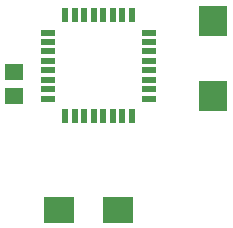
<source format=gtp>
G04 MADE WITH FRITZING*
G04 WWW.FRITZING.ORG*
G04 DOUBLE SIDED*
G04 HOLES PLATED*
G04 CONTOUR ON CENTER OF CONTOUR VECTOR*
%ASAXBY*%
%FSLAX23Y23*%
%MOIN*%
%OFA0B0*%
%SFA1.0B1.0*%
%ADD10R,0.022000X0.050000*%
%ADD11R,0.050000X0.022000*%
%ADD12R,0.059055X0.055118*%
%ADD13R,0.094488X0.102362*%
%ADD14R,0.102362X0.086614*%
%LNPASTEMASK1*%
G90*
G70*
G54D10*
X277Y750D03*
X309Y750D03*
X340Y750D03*
X372Y750D03*
X403Y750D03*
X435Y750D03*
X466Y750D03*
X498Y750D03*
G54D11*
X557Y808D03*
X557Y840D03*
X557Y871D03*
X557Y903D03*
X557Y934D03*
X557Y966D03*
X557Y997D03*
X557Y1029D03*
G54D10*
X498Y1088D03*
X466Y1088D03*
X435Y1088D03*
X403Y1088D03*
X372Y1088D03*
X340Y1088D03*
X309Y1088D03*
X277Y1088D03*
G54D11*
X219Y1029D03*
X219Y997D03*
X219Y966D03*
X219Y934D03*
X219Y903D03*
X219Y871D03*
X219Y840D03*
X219Y808D03*
G54D12*
X107Y899D03*
X107Y818D03*
G54D13*
X769Y817D03*
X769Y1069D03*
G54D14*
X256Y439D03*
X453Y439D03*
G04 End of PasteMask1*
M02*
</source>
